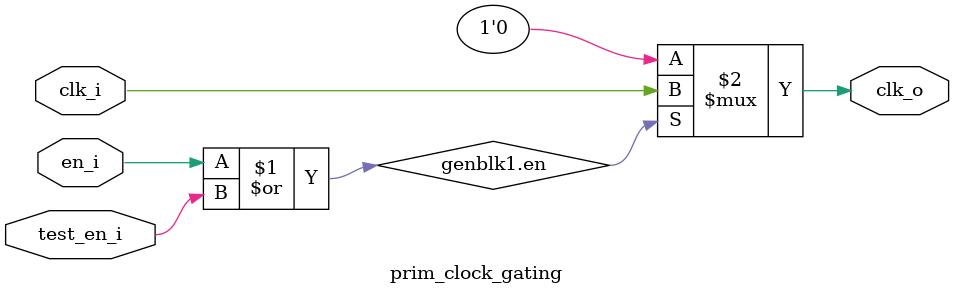
<source format=sv>

module prim_clock_gating (
  input         clk_i,
  input         en_i,
  input         test_en_i,
  output logic  clk_o
);

	parameter BUFGCE_EN = 0;

	generate
		if (BUFGCE_EN == 1) begin
			BUFGCE u_clock_gating (
				.I  (clk_i),
				.CE (en_i | test_en_i),
				.O  (clk_o)
			);
		end else begin 
			logic en;
			assign en = en_i | test_en_i;
			assign clk_o = en ? clk_i : 1'b0;
		end
	endgenerate

endmodule

</source>
